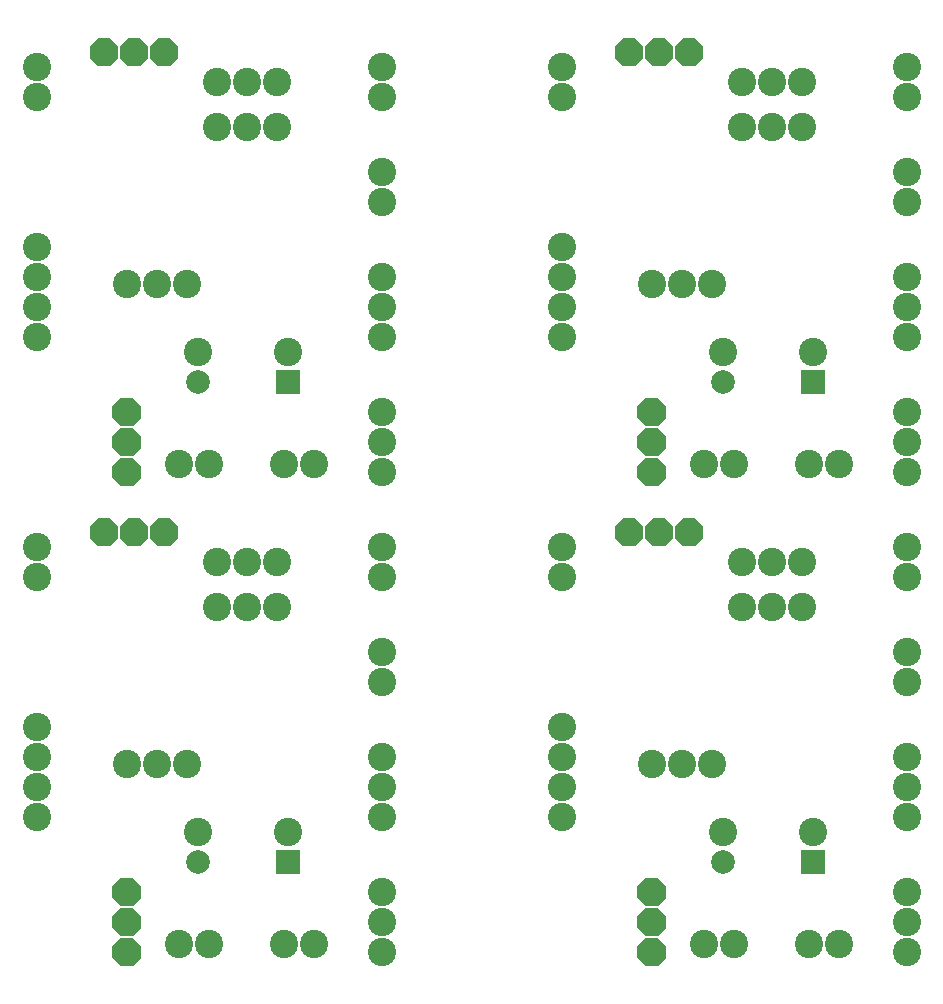
<source format=gbr>
%FSLAX34Y34*%
%MOMM*%
%LNSOLDERMASK_BOTTOM*%
G71*
G01*
%ADD10C, 2.400*%
%ADD11C, 2.000*%
%LPD*%
G36*
X147420Y-383475D02*
X140400Y-376455D01*
X140400Y-366495D01*
X147420Y-359475D01*
X157380Y-359475D01*
X164400Y-366495D01*
X164400Y-376455D01*
X157380Y-383475D01*
X147420Y-383475D01*
G37*
G36*
X147420Y-358075D02*
X140400Y-351055D01*
X140400Y-341095D01*
X147420Y-334075D01*
X157380Y-334075D01*
X164400Y-341095D01*
X164400Y-351055D01*
X157380Y-358075D01*
X147420Y-358075D01*
G37*
G36*
X147420Y-332675D02*
X140400Y-325655D01*
X140400Y-315695D01*
X147420Y-308675D01*
X157380Y-308675D01*
X164400Y-315695D01*
X164400Y-325655D01*
X157380Y-332675D01*
X147420Y-332675D01*
G37*
G36*
X147420Y-358075D02*
X140400Y-351055D01*
X140400Y-341095D01*
X147420Y-334075D01*
X157380Y-334075D01*
X164400Y-341095D01*
X164400Y-351055D01*
X157380Y-358075D01*
X147420Y-358075D01*
G37*
X152400Y-212724D02*
G54D10*
D03*
X177800Y-212724D02*
G54D10*
D03*
X203200Y-212724D02*
G54D10*
D03*
X368300Y-320675D02*
G54D10*
D03*
X368300Y-346075D02*
G54D10*
D03*
X368300Y-371475D02*
G54D10*
D03*
X368300Y-206375D02*
G54D10*
D03*
X368300Y-231775D02*
G54D10*
D03*
X368300Y-257175D02*
G54D10*
D03*
G36*
X278925Y-305275D02*
X278925Y-285275D01*
X298925Y-285275D01*
X298925Y-305275D01*
X278925Y-305275D01*
G37*
X288925Y-269875D02*
G54D11*
D03*
X212725Y-269875D02*
G54D11*
D03*
X212725Y-295275D02*
G54D11*
D03*
X285750Y-365125D02*
G54D10*
D03*
X311150Y-365125D02*
G54D10*
D03*
X76200Y-53975D02*
G54D10*
D03*
X76200Y-28575D02*
G54D10*
D03*
X368300Y-28575D02*
G54D10*
D03*
X368300Y-53975D02*
G54D10*
D03*
X368300Y-117475D02*
G54D10*
D03*
X368300Y-142875D02*
G54D10*
D03*
G36*
X196150Y-20855D02*
X189130Y-27875D01*
X179170Y-27875D01*
X172150Y-20855D01*
X172150Y-10895D01*
X179170Y-3875D01*
X189130Y-3875D01*
X196150Y-10895D01*
X196150Y-20855D01*
G37*
G36*
X170750Y-20855D02*
X163730Y-27875D01*
X153770Y-27875D01*
X146750Y-20855D01*
X146750Y-10895D01*
X153770Y-3875D01*
X163730Y-3875D01*
X170750Y-10895D01*
X170750Y-20855D01*
G37*
G36*
X145350Y-20855D02*
X138330Y-27875D01*
X128370Y-27875D01*
X121350Y-20855D01*
X121350Y-10895D01*
X128370Y-3875D01*
X138330Y-3875D01*
X145350Y-10895D01*
X145350Y-20855D01*
G37*
G36*
X170750Y-20855D02*
X163730Y-27875D01*
X153770Y-27875D01*
X146750Y-20855D01*
X146750Y-10895D01*
X153770Y-3875D01*
X163730Y-3875D01*
X170750Y-10895D01*
X170750Y-20855D01*
G37*
X196850Y-365125D02*
G54D10*
D03*
X222250Y-365125D02*
G54D10*
D03*
X76200Y-180975D02*
G54D10*
D03*
X76200Y-206375D02*
G54D10*
D03*
X76200Y-231775D02*
G54D10*
D03*
X76200Y-257175D02*
G54D10*
D03*
X279400Y-41275D02*
G54D10*
D03*
X254000Y-41275D02*
G54D10*
D03*
X228600Y-41275D02*
G54D10*
D03*
X279400Y-79375D02*
G54D10*
D03*
X254000Y-79375D02*
G54D10*
D03*
X228600Y-79375D02*
G54D10*
D03*
X368300Y-231775D02*
G54D10*
D03*
X368300Y-346075D02*
G54D10*
D03*
X311150Y-365125D02*
G54D10*
D03*
X222250Y-365125D02*
G54D10*
D03*
X76200Y-28575D02*
G54D10*
D03*
X288925Y-269875D02*
G54D10*
D03*
X212725Y-269875D02*
G54D10*
D03*
X177800Y-212725D02*
G54D10*
D03*
G36*
X591920Y-383475D02*
X584900Y-376455D01*
X584900Y-366495D01*
X591920Y-359475D01*
X601880Y-359475D01*
X608900Y-366495D01*
X608900Y-376455D01*
X601880Y-383475D01*
X591920Y-383475D01*
G37*
G36*
X591920Y-358075D02*
X584900Y-351055D01*
X584900Y-341095D01*
X591920Y-334075D01*
X601880Y-334075D01*
X608900Y-341095D01*
X608900Y-351055D01*
X601880Y-358075D01*
X591920Y-358075D01*
G37*
G36*
X591920Y-332675D02*
X584900Y-325655D01*
X584900Y-315695D01*
X591920Y-308675D01*
X601880Y-308675D01*
X608900Y-315695D01*
X608900Y-325655D01*
X601880Y-332675D01*
X591920Y-332675D01*
G37*
G36*
X591920Y-358075D02*
X584900Y-351055D01*
X584900Y-341095D01*
X591920Y-334075D01*
X601880Y-334075D01*
X608900Y-341095D01*
X608900Y-351055D01*
X601880Y-358075D01*
X591920Y-358075D01*
G37*
X596900Y-212724D02*
G54D10*
D03*
X622300Y-212724D02*
G54D10*
D03*
X647700Y-212724D02*
G54D10*
D03*
X812800Y-320675D02*
G54D10*
D03*
X812800Y-346075D02*
G54D10*
D03*
X812800Y-371475D02*
G54D10*
D03*
X812800Y-206375D02*
G54D10*
D03*
X812800Y-231775D02*
G54D10*
D03*
X812800Y-257175D02*
G54D10*
D03*
G36*
X723425Y-305275D02*
X723425Y-285275D01*
X743425Y-285275D01*
X743425Y-305275D01*
X723425Y-305275D01*
G37*
X733425Y-269875D02*
G54D11*
D03*
X657225Y-269875D02*
G54D11*
D03*
X657225Y-295275D02*
G54D11*
D03*
X730250Y-365125D02*
G54D10*
D03*
X755650Y-365125D02*
G54D10*
D03*
X520700Y-53975D02*
G54D10*
D03*
X520700Y-28575D02*
G54D10*
D03*
X812800Y-28575D02*
G54D10*
D03*
X812800Y-53975D02*
G54D10*
D03*
X812800Y-117475D02*
G54D10*
D03*
X812800Y-142875D02*
G54D10*
D03*
G36*
X640650Y-20855D02*
X633630Y-27875D01*
X623670Y-27875D01*
X616650Y-20855D01*
X616650Y-10895D01*
X623670Y-3875D01*
X633630Y-3875D01*
X640650Y-10895D01*
X640650Y-20855D01*
G37*
G36*
X615250Y-20855D02*
X608230Y-27875D01*
X598270Y-27875D01*
X591250Y-20855D01*
X591250Y-10895D01*
X598270Y-3875D01*
X608230Y-3875D01*
X615250Y-10895D01*
X615250Y-20855D01*
G37*
G36*
X589850Y-20855D02*
X582830Y-27875D01*
X572870Y-27875D01*
X565850Y-20855D01*
X565850Y-10895D01*
X572870Y-3875D01*
X582830Y-3875D01*
X589850Y-10895D01*
X589850Y-20855D01*
G37*
G36*
X615250Y-20855D02*
X608230Y-27875D01*
X598270Y-27875D01*
X591250Y-20855D01*
X591250Y-10895D01*
X598270Y-3875D01*
X608230Y-3875D01*
X615250Y-10895D01*
X615250Y-20855D01*
G37*
X641350Y-365125D02*
G54D10*
D03*
X666750Y-365125D02*
G54D10*
D03*
X520700Y-180975D02*
G54D10*
D03*
X520700Y-206375D02*
G54D10*
D03*
X520700Y-231775D02*
G54D10*
D03*
X520700Y-257175D02*
G54D10*
D03*
X723900Y-41275D02*
G54D10*
D03*
X698500Y-41275D02*
G54D10*
D03*
X673100Y-41275D02*
G54D10*
D03*
X723900Y-79375D02*
G54D10*
D03*
X698500Y-79375D02*
G54D10*
D03*
X673100Y-79375D02*
G54D10*
D03*
X812800Y-231775D02*
G54D10*
D03*
X812800Y-346075D02*
G54D10*
D03*
X755650Y-365125D02*
G54D10*
D03*
X666750Y-365125D02*
G54D10*
D03*
X520700Y-28575D02*
G54D10*
D03*
X733425Y-269875D02*
G54D10*
D03*
X657225Y-269875D02*
G54D10*
D03*
X622300Y-212725D02*
G54D10*
D03*
G36*
X147420Y-789875D02*
X140400Y-782855D01*
X140400Y-772895D01*
X147420Y-765875D01*
X157380Y-765875D01*
X164400Y-772895D01*
X164400Y-782855D01*
X157380Y-789875D01*
X147420Y-789875D01*
G37*
G36*
X147420Y-764475D02*
X140400Y-757455D01*
X140400Y-747495D01*
X147420Y-740475D01*
X157380Y-740475D01*
X164400Y-747495D01*
X164400Y-757455D01*
X157380Y-764475D01*
X147420Y-764475D01*
G37*
G36*
X147420Y-739075D02*
X140400Y-732055D01*
X140400Y-722095D01*
X147420Y-715075D01*
X157380Y-715075D01*
X164400Y-722095D01*
X164400Y-732055D01*
X157380Y-739075D01*
X147420Y-739075D01*
G37*
G36*
X147420Y-764475D02*
X140400Y-757455D01*
X140400Y-747495D01*
X147420Y-740475D01*
X157380Y-740475D01*
X164400Y-747495D01*
X164400Y-757455D01*
X157380Y-764475D01*
X147420Y-764475D01*
G37*
X152400Y-619124D02*
G54D10*
D03*
X177800Y-619124D02*
G54D10*
D03*
X203200Y-619124D02*
G54D10*
D03*
X368300Y-727075D02*
G54D10*
D03*
X368300Y-752475D02*
G54D10*
D03*
X368300Y-777875D02*
G54D10*
D03*
X368300Y-612775D02*
G54D10*
D03*
X368300Y-638175D02*
G54D10*
D03*
X368300Y-663575D02*
G54D10*
D03*
G36*
X278925Y-711675D02*
X278925Y-691675D01*
X298925Y-691675D01*
X298925Y-711675D01*
X278925Y-711675D01*
G37*
X288925Y-676275D02*
G54D11*
D03*
X212725Y-676275D02*
G54D11*
D03*
X212725Y-701675D02*
G54D11*
D03*
X285750Y-771525D02*
G54D10*
D03*
X311150Y-771525D02*
G54D10*
D03*
X76200Y-460375D02*
G54D10*
D03*
X76200Y-434975D02*
G54D10*
D03*
X368300Y-434975D02*
G54D10*
D03*
X368300Y-460375D02*
G54D10*
D03*
X368300Y-523875D02*
G54D10*
D03*
X368300Y-549275D02*
G54D10*
D03*
G36*
X196150Y-427255D02*
X189130Y-434275D01*
X179170Y-434275D01*
X172150Y-427255D01*
X172150Y-417295D01*
X179170Y-410275D01*
X189130Y-410275D01*
X196150Y-417295D01*
X196150Y-427255D01*
G37*
G36*
X170750Y-427255D02*
X163730Y-434275D01*
X153770Y-434275D01*
X146750Y-427255D01*
X146750Y-417295D01*
X153770Y-410275D01*
X163730Y-410275D01*
X170750Y-417295D01*
X170750Y-427255D01*
G37*
G36*
X145350Y-427255D02*
X138330Y-434275D01*
X128370Y-434275D01*
X121350Y-427255D01*
X121350Y-417295D01*
X128370Y-410275D01*
X138330Y-410275D01*
X145350Y-417295D01*
X145350Y-427255D01*
G37*
G36*
X170750Y-427255D02*
X163730Y-434275D01*
X153770Y-434275D01*
X146750Y-427255D01*
X146750Y-417295D01*
X153770Y-410275D01*
X163730Y-410275D01*
X170750Y-417295D01*
X170750Y-427255D01*
G37*
X196850Y-771525D02*
G54D10*
D03*
X222250Y-771525D02*
G54D10*
D03*
X76200Y-587375D02*
G54D10*
D03*
X76200Y-612775D02*
G54D10*
D03*
X76200Y-638175D02*
G54D10*
D03*
X76200Y-663575D02*
G54D10*
D03*
X279400Y-447675D02*
G54D10*
D03*
X254000Y-447675D02*
G54D10*
D03*
X228600Y-447675D02*
G54D10*
D03*
X279400Y-485775D02*
G54D10*
D03*
X254000Y-485775D02*
G54D10*
D03*
X228600Y-485775D02*
G54D10*
D03*
X368300Y-638175D02*
G54D10*
D03*
X368300Y-752475D02*
G54D10*
D03*
X311150Y-771525D02*
G54D10*
D03*
X222250Y-771525D02*
G54D10*
D03*
X76200Y-434975D02*
G54D10*
D03*
X288925Y-676275D02*
G54D10*
D03*
X212725Y-676275D02*
G54D10*
D03*
X177800Y-619125D02*
G54D10*
D03*
G36*
X591920Y-789875D02*
X584900Y-782855D01*
X584900Y-772895D01*
X591920Y-765875D01*
X601880Y-765875D01*
X608900Y-772895D01*
X608900Y-782855D01*
X601880Y-789875D01*
X591920Y-789875D01*
G37*
G36*
X591920Y-764475D02*
X584900Y-757455D01*
X584900Y-747495D01*
X591920Y-740475D01*
X601880Y-740475D01*
X608900Y-747495D01*
X608900Y-757455D01*
X601880Y-764475D01*
X591920Y-764475D01*
G37*
G36*
X591920Y-739075D02*
X584900Y-732055D01*
X584900Y-722095D01*
X591920Y-715075D01*
X601880Y-715075D01*
X608900Y-722095D01*
X608900Y-732055D01*
X601880Y-739075D01*
X591920Y-739075D01*
G37*
G36*
X591920Y-764475D02*
X584900Y-757455D01*
X584900Y-747495D01*
X591920Y-740475D01*
X601880Y-740475D01*
X608900Y-747495D01*
X608900Y-757455D01*
X601880Y-764475D01*
X591920Y-764475D01*
G37*
X596900Y-619124D02*
G54D10*
D03*
X622300Y-619124D02*
G54D10*
D03*
X647700Y-619124D02*
G54D10*
D03*
X812800Y-727075D02*
G54D10*
D03*
X812800Y-752475D02*
G54D10*
D03*
X812800Y-777875D02*
G54D10*
D03*
X812800Y-612775D02*
G54D10*
D03*
X812800Y-638175D02*
G54D10*
D03*
X812800Y-663575D02*
G54D10*
D03*
G36*
X723425Y-711675D02*
X723425Y-691675D01*
X743425Y-691675D01*
X743425Y-711675D01*
X723425Y-711675D01*
G37*
X733425Y-676275D02*
G54D11*
D03*
X657225Y-676275D02*
G54D11*
D03*
X657225Y-701675D02*
G54D11*
D03*
X730250Y-771525D02*
G54D10*
D03*
X755650Y-771525D02*
G54D10*
D03*
X520700Y-460375D02*
G54D10*
D03*
X520700Y-434975D02*
G54D10*
D03*
X812800Y-434975D02*
G54D10*
D03*
X812800Y-460375D02*
G54D10*
D03*
X812800Y-523875D02*
G54D10*
D03*
X812800Y-549275D02*
G54D10*
D03*
G36*
X640650Y-427255D02*
X633630Y-434275D01*
X623670Y-434275D01*
X616650Y-427255D01*
X616650Y-417295D01*
X623670Y-410275D01*
X633630Y-410275D01*
X640650Y-417295D01*
X640650Y-427255D01*
G37*
G36*
X615250Y-427255D02*
X608230Y-434275D01*
X598270Y-434275D01*
X591250Y-427255D01*
X591250Y-417295D01*
X598270Y-410275D01*
X608230Y-410275D01*
X615250Y-417295D01*
X615250Y-427255D01*
G37*
G36*
X589850Y-427255D02*
X582830Y-434275D01*
X572870Y-434275D01*
X565850Y-427255D01*
X565850Y-417295D01*
X572870Y-410275D01*
X582830Y-410275D01*
X589850Y-417295D01*
X589850Y-427255D01*
G37*
G36*
X615250Y-427255D02*
X608230Y-434275D01*
X598270Y-434275D01*
X591250Y-427255D01*
X591250Y-417295D01*
X598270Y-410275D01*
X608230Y-410275D01*
X615250Y-417295D01*
X615250Y-427255D01*
G37*
X641350Y-771525D02*
G54D10*
D03*
X666750Y-771525D02*
G54D10*
D03*
X520700Y-587375D02*
G54D10*
D03*
X520700Y-612775D02*
G54D10*
D03*
X520700Y-638175D02*
G54D10*
D03*
X520700Y-663575D02*
G54D10*
D03*
X723900Y-447675D02*
G54D10*
D03*
X698500Y-447675D02*
G54D10*
D03*
X673100Y-447675D02*
G54D10*
D03*
X723900Y-485775D02*
G54D10*
D03*
X698500Y-485775D02*
G54D10*
D03*
X673100Y-485775D02*
G54D10*
D03*
X812800Y-638175D02*
G54D10*
D03*
X812800Y-752475D02*
G54D10*
D03*
X755650Y-771525D02*
G54D10*
D03*
X666750Y-771525D02*
G54D10*
D03*
X520700Y-434975D02*
G54D10*
D03*
X733425Y-676275D02*
G54D10*
D03*
X657225Y-676275D02*
G54D10*
D03*
X622300Y-619125D02*
G54D10*
D03*
M02*

</source>
